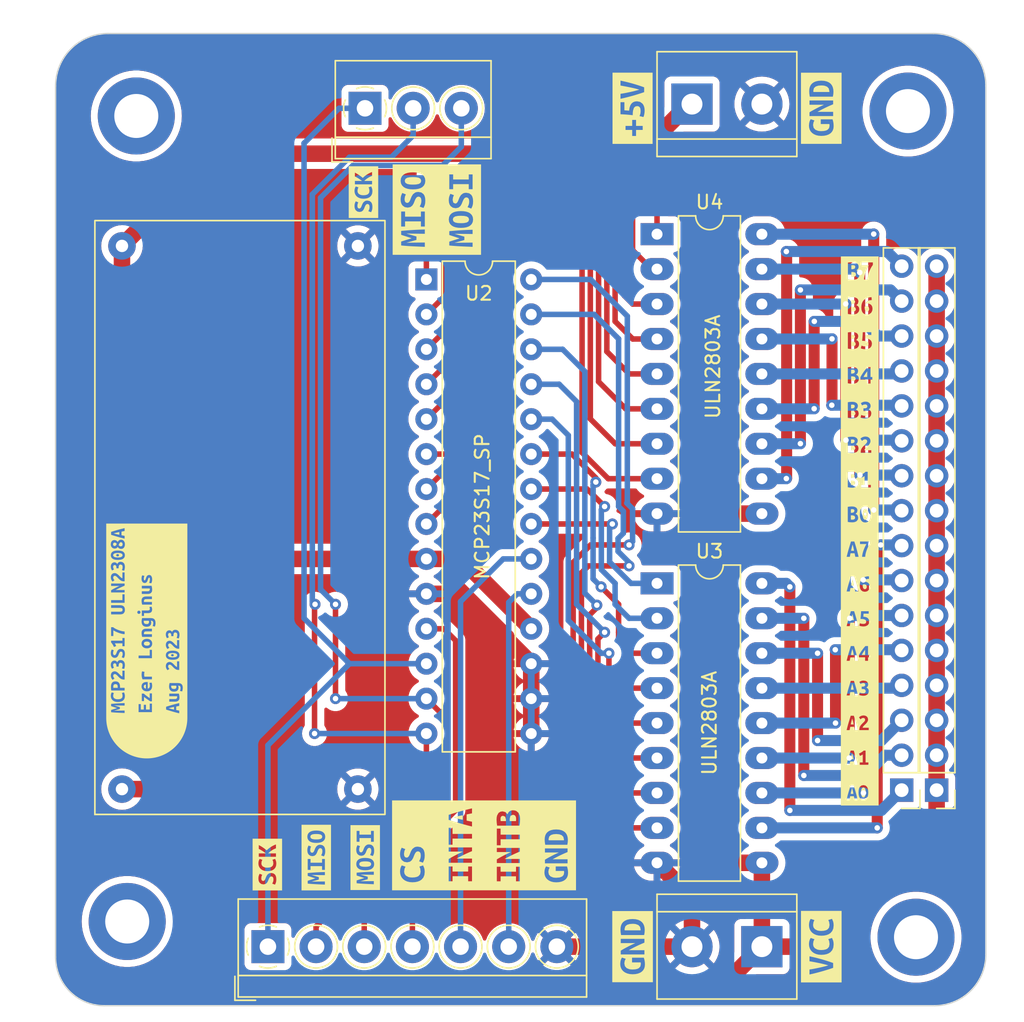
<source format=kicad_pcb>
(kicad_pcb (version 20221018) (generator pcbnew)
  (layers (0 "F.Cu" signal) (31 "B.Cu" signal) (34 "B.Paste" user) (35 "F.Paste" user) (36 "B.SilkS" user "B.Silkscreen") (37 "F.SilkS" user "F.Silkscreen") (38 "B.Mask" user) (39 "F.Mask" user) (44 "Edge.Cuts" user))
  (net 0 "")
  (net 1 "VCC")
  (net 2 "GND")
  (net 3 "SCK")
  (net 4 "MISO")
  (net 5 "MOSI")
  (net 6 "CS0")
  (net 7 "INTA0")
  (net 8 "INTB0")
  (net 9 "+5V")
  (net 10 "Net-(U2-GPB0)")
  (net 11 "Net-(U2-GPB1)")
  (net 12 "Net-(U2-GPB2)")
  (net 13 "Net-(U2-GPB3)")
  (net 14 "Net-(U2-GPB4)")
  (net 15 "Net-(U2-GPB5)")
  (net 16 "Net-(U2-GPB6)")
  (net 17 "Net-(U2-GPB7)")
  (net 18 "Net-(U2-GPA0)")
  (net 19 "Net-(U2-GPA1)")
  (net 20 "Net-(U2-GPA2)")
  (net 21 "Net-(U2-GPA3)")
  (net 22 "Net-(U2-GPA4)")
  (net 23 "Net-(U2-GPA5)")
  (net 24 "Net-(U2-GPA6)")
  (net 25 "Net-(U2-GPA7)")
  (net 26 "B7")
  (net 27 "B6")
  (net 28 "B5")
  (net 29 "B4")
  (net 30 "B3")
  (net 31 "B2")
  (net 32 "B1")
  (net 33 "B0")
  (net 34 "A7")
  (net 35 "A6")
  (net 36 "A5")
  (net 37 "A4")
  (net 38 "A3")
  (net 39 "A2")
  (net 40 "A1")
  (net 41 "A0")
  (footprint "kibuzzard-64B56972" (layer "F.Cu") (at 174.498 92.964)
    (fp_text reference "kibuzzard-64B56972" hide)
    (fp_text value "G***" hide)
  )
  (footprint "TerminalBlock:TerminalBlock_bornier-2_P5.08mm" (layer "F.Cu") (at 167.386 123.19 180)
    (fp_text reference "J3")
    (fp_text value "Screw_Terminal_01x02")
    (pad "1" thru_hole rect (at 0 0 180) (size 3 3) (drill 1.52) (layers "*.Cu" "*.Mask") (net 1 "VCC"))
    (pad "2" thru_hole circle (at 5.08 0 180) (size 3 3) (drill 1.52) (layers "*.Cu" "*.Mask") (net 2 "GND"))
  )
  (footprint "kibuzzard-64B580B5" (layer "F.Cu") (at 131.445 117.221 90)
    (fp_text reference "kibuzzard-64B580B5" hide)
    (fp_text value "G***" hide)
  )
  (footprint "TerminalBlock_4Ucon:TerminalBlock_4Ucon_1x03_P3.50mm_Horizontal" (layer "F.Cu") (at 138.542 62.2316)
    (fp_text reference "J4")
    (fp_text value "Screw_Terminal_01x03")
    (pad "1" thru_hole rect (at 0 0) (size 2.4 2.4) (drill 1.2) (layers "*.Cu" "*.Mask") (net 3 "SCK"))
    (pad "2" thru_hole circle (at 3.5 0) (size 2.4 2.4) (drill 1.2) (layers "*.Cu" "*.Mask") (net 4 "MISO"))
    (pad "3" thru_hole circle (at 7 0) (size 2.4 2.4) (drill 1.2) (layers "*.Cu" "*.Mask") (net 5 "MOSI"))
  )
  (footprint "kibuzzard-64B56AD8" (layer "F.Cu") (at 171.704 123.19 90)
    (fp_text reference "kibuzzard-64B56AD8" hide)
    (fp_text value "G***" hide)
  )
  (footprint "kibuzzard-64B580D1" (layer "F.Cu") (at 135.001 116.713 90)
    (fp_text reference "kibuzzard-64B580D1" hide)
    (fp_text value "G***" hide)
  )
  (footprint "kibuzzard-64CC0265" (layer "F.Cu") (at 122.682 100.965 90)
    (fp_text reference "kibuzzard-64CC0265" hide)
    (fp_text value "G***" hide)
  )
  (footprint "MountingHole:MountingHole_3.2mm_M3_DIN965_Pad" (layer "F.Cu") (at 121.92 62.7888)
    (fp_text reference "H1")
    (fp_text value "MountingHole" hide)
    (pad "1" thru_hole circle (at 0 0) (size 5.6 5.6) (drill 3.2) (layers "*.Cu" "*.Mask"))
  )
  (footprint "kibuzzard-64B56ACB" (layer "F.Cu") (at 157.988 123.19 90)
    (fp_text reference "kibuzzard-64B56ACB" hide)
    (fp_text value "G***" hide)
  )
  (footprint "EzerLonginus:LM2596_StepDown_Module" (layer "F.Cu") (at 129.4511 91.9861 90)
    (fp_text reference "U1")
    (fp_text value "LM2596_Module")
    (pad "1" thru_hole circle (at -19.7485 -8.5725 90) (size 2 2) (drill 0.9) (layers "*.Cu" "*.Mask") (net 1 "VCC"))
    (pad "2" thru_hole circle (at -19.7485 8.5725 90) (size 2 2) (drill 0.9) (layers "*.Cu" "*.Mask") (net 2 "GND"))
    (pad "3" thru_hole circle (at 19.7485 8.5725 90) (size 2 2) (drill 0.9) (layers "*.Cu" "*.Mask") (net 2 "GND"))
    (pad "4" thru_hole circle (at 19.7485 -8.5725 90) (size 2 2) (drill 0.9) (layers "*.Cu" "*.Mask") (net 9 "+5V"))
  )
  (footprint "TerminalBlock:TerminalBlock_bornier-2_P5.08mm" (layer "F.Cu") (at 162.306 61.9252)
    (fp_text reference "J1")
    (fp_text value "Screw_Terminal_01x02")
    (pad "1" thru_hole rect (at 0 0) (size 3 3) (drill 1.52) (layers "*.Cu" "*.Mask") (net 9 "+5V"))
    (pad "2" thru_hole circle (at 5.08 0) (size 3 3) (drill 1.52) (layers "*.Cu" "*.Mask") (net 2 "GND"))
  )
  (footprint "MountingHole:MountingHole_3.2mm_M3_DIN965_Pad" (layer "F.Cu") (at 178.0032 62.4332)
    (fp_text reference "H3")
    (fp_text value "MountingHole" hide)
    (pad "1" thru_hole circle (at 0 0) (size 5.6 5.6) (drill 3.2) (layers "*.Cu" "*.Mask"))
  )
  (footprint "kibuzzard-64B56A53" (layer "F.Cu") (at 143.764 69.596 90)
    (fp_text reference "kibuzzard-64B56A53" hide)
    (fp_text value "G***" hide)
  )
  (footprint "kibuzzard-64B56A6B" (layer "F.Cu") (at 138.43 68.326 90)
    (fp_text reference "kibuzzard-64B56A6B" hide)
    (fp_text value "G***" hide)
  )
  (footprint "TerminalBlock_4Ucon:TerminalBlock_4Ucon_1x07_P3.50mm_Horizontal" (layer "F.Cu") (at 131.486 123.19)
    (fp_text reference "J7")
    (fp_text value "Screw_Terminal_01x07")
    (pad "1" thru_hole rect (at 0 0) (size 2.4 2.4) (drill 1.2) (layers "*.Cu" "*.Mask") (net 3 "SCK"))
    (pad "2" thru_hole circle (at 3.5 0) (size 2.4 2.4) (drill 1.2) (layers "*.Cu" "*.Mask") (net 4 "MISO"))
    (pad "3" thru_hole circle (at 7 0) (size 2.4 2.4) (drill 1.2) (layers "*.Cu" "*.Mask") (net 5 "MOSI"))
    (pad "4" thru_hole circle (at 10.5 0) (size 2.4 2.4) (drill 1.2) (layers "*.Cu" "*.Mask") (net 6 "CS0"))
    (pad "5" thru_hole circle (at 14 0) (size 2.4 2.4) (drill 1.2) (layers "*.Cu" "*.Mask") (net 7 "INTA0"))
    (pad "6" thru_hole circle (at 17.5 0) (size 2.4 2.4) (drill 1.2) (layers "*.Cu" "*.Mask") (net 8 "INTB0"))
    (pad "7" thru_hole circle (at 21 0) (size 2.4 2.4) (drill 1.2) (layers "*.Cu" "*.Mask") (net 2 "GND"))
  )
  (footprint "Package_DIP:DIP-18_W7.62mm_LongPads" (layer "F.Cu") (at 159.766 96.774)
    (fp_text reference "U3" (at 3.81 -2.33) (layer "F.SilkS"))
    (fp_text value "ULN2803A" (at 3.81 10.16 90) (layer "F.SilkS"))
    (pad "1" thru_hole rect (at 0 0) (size 2.4 1.6) (drill 0.8) (layers "*.Cu" "*.Mask") (net 18 "Net-(U2-GPA0)"))
    (pad "2" thru_hole oval (at 0 2.54) (size 2.4 1.6) (drill 0.8) (layers "*.Cu" "*.Mask") (net 19 "Net-(U2-GPA1)"))
    (pad "3" thru_hole oval (at 0 5.08) (size 2.4 1.6) (drill 0.8) (layers "*.Cu" "*.Mask") (net 20 "Net-(U2-GPA2)"))
    (pad "4" thru_hole oval (at 0 7.62) (size 2.4 1.6) (drill 0.8) (layers "*.Cu" "*.Mask") (net 21 "Net-(U2-GPA3)"))
    (pad "5" thru_hole oval (at 0 10.16) (size 2.4 1.6) (drill 0.8) (layers "*.Cu" "*.Mask") (net 22 "Net-(U2-GPA4)"))
    (pad "6" thru_hole oval (at 0 12.7) (size 2.4 1.6) (drill 0.8) (layers "*.Cu" "*.Mask") (net 23 "Net-(U2-GPA5)"))
    (pad "7" thru_hole oval (at 0 15.24) (size 2.4 1.6) (drill 0.8) (layers "*.Cu" "*.Mask") (net 24 "Net-(U2-GPA6)"))
    (pad "8" thru_hole oval (at 0 17.78) (size 2.4 1.6) (drill 0.8) (layers "*.Cu" "*.Mask") (net 25 "Net-(U2-GPA7)"))
    (pad "9" thru_hole oval (at 0 20.32) (size 2.4 1.6) (drill 0.8) (layers "*.Cu" "*.Mask") (net 2 "GND"))
    (pad "10" thru_hole oval (at 7.62 20.32) (size 2.4 1.6) (drill 0.8) (layers "*.Cu" "*.Mask") (net 1 "VCC"))
    (pad "11" thru_hole oval (at 7.62 17.78) (size 2.4 1.6) (drill 0.8) (layers "*.Cu" "*.Mask") (net 34 "A7"))
    (pad "12" thru_hole oval (at 7.62 15.24) (size 2.4 1.6) (drill 0.8) (layers "*.Cu" "*.Mask") (net 35 "A6"))
    (pad "13" thru_hole oval (at 7.62 12.7) (size 2.4 1.6) (drill 0.8) (layers "*.Cu" "*.Mask") (net 36 "A5"))
    (pad "14" thru_hole oval (at 7.62 10.16) (size 2.4 1.6) (drill 0.8) (layers "*.Cu" "*.Mask") (net 37 "A4"))
    (pad "15" thru_hole oval (at 7.62 7.62) (size 2.4 1.6) (drill 0.8) (layers "*.Cu" "*.Mask") (net 38 "A3"))
    (pad "16" thru_hole oval (at 7.62 5.08) (size 2.4 1.6) (drill 0.8) (layers "*.Cu" "*.Mask") (net 39 "A2"))
    (pad "17" thru_hole oval (at 7.62 2.54) (size 2.4 1.6) (drill 0.8) (layers "*.Cu" "*.Mask") (net 40 "A1"))
    (pad "18" thru_hole oval (at 7.62 0) (size 2.4 1.6) (drill 0.8) (layers "*.Cu" "*.Mask") (net 41 "A0"))
  )
  (footprint "Package_DIP:DIP-18_W7.62mm_LongPads" (layer "F.Cu") (at 159.766 71.384)
    (fp_text reference "U4" (at 3.81 -2.33) (layer "F.SilkS"))
    (fp_text value "ULN2803A" (at 4.064 9.642 90) (layer "F.SilkS"))
    (pad "1" thru_hole rect (at 0 0) (size 2.4 1.6) (drill 0.8) (layers "*.Cu" "*.Mask") (net 10 "Net-(U2-GPB0)"))
    (pad "2" thru_hole oval (at 0 2.54) (size 2.4 1.6) (drill 0.8) (layers "*.Cu" "*.Mask") (net 11 "Net-(U2-GPB1)"))
    (pad "3" thru_hole oval (at 0 5.08) (size 2.4 1.6) (drill 0.8) (layers "*.Cu" "*.Mask") (net 12 "Net-(U2-GPB2)"))
    (pad "4" thru_hole oval (at 0 7.62) (size 2.4 1.6) (drill 0.8) (layers "*.Cu" "*.Mask") (net 13 "Net-(U2-GPB3)"))
    (pad "5" thru_hole oval (at 0 10.16) (size 2.4 1.6) (drill 0.8) (layers "*.Cu" "*.Mask") (net 14 "Net-(U2-GPB4)"))
    (pad "6" thru_hole oval (at 0 12.7) (size 2.4 1.6) (drill 0.8) (layers "*.Cu" "*.Mask") (net 15 "Net-(U2-GPB5)"))
    (pad "7" thru_hole oval (at 0 15.24) (size 2.4 1.6) (drill 0.8) (layers "*.Cu" "*.Mask") (net 16 "Net-(U2-GPB6)"))
    (pad "8" thru_hole oval (at 0 17.78) (size 2.4 1.6) (drill 0.8) (layers "*.Cu" "*.Mask") (net 17 "Net-(U2-GPB7)"))
    (pad "9" thru_hole oval (at 0 20.32) (size 2.4 1.6) (drill 0.8) (layers "*.Cu" "*.Mask") (net 2 "GND"))
    (pad "10" thru_hole oval (at 7.62 20.32) (size 2.4 1.6) (drill 0.8) (layers "*.Cu" "*.Mask") (net 1 "VCC"))
    (pad "11" thru_hole oval (at 7.62 17.78) (size 2.4 1.6) (drill 0.8) (layers "*.Cu" "*.Mask") (net 26 "B7"))
    (pad "12" thru_hole oval (at 7.62 15.24) (size 2.4 1.6) (drill 0.8) (layers "*.Cu" "*.Mask") (net 27 "B6"))
    (pad "13" thru_hole oval (at 7.62 12.7) (size 2.4 1.6) (drill 0.8) (layers "*.Cu" "*.Mask") (net 28 "B5"))
    (pad "14" thru_hole oval (at 7.62 10.16) (size 2.4 1.6) (drill 0.8) (layers "*.Cu" "*.Mask") (net 29 "B4"))
    (pad "15" thru_hole oval (at 7.62 7.62) (size 2.4 1.6) (drill 0.8) (layers "*.Cu" "*.Mask") (net 30 "B3"))
    (pad "16" thru_hole oval (at 7.62 5.08) (size 2.4 1.6) (drill 0.8) (layers "*.Cu" "*.Mask") (net 31 "B2"))
    (pad "17" thru_hole oval (at 7.62 2.54) (size 2.4 1.6) (drill 0.8) (layers "*.Cu" "*.Mask") (net 32 "B1"))
    (pad "18" thru_hole oval (at 7.62 0) (size 2.4 1.6) (drill 0.8) (layers "*.Cu" "*.Mask") (net 33 "B0"))
  )
  (footprint "kibuzzard-64C95159" (layer "F.Cu") (at 138.557 116.713 90)
    (fp_text reference "kibuzzard-64C95159" hide)
    (fp_text value "G***" hide)
  )
  (footprint "Package_DIP:DIP-28_W7.62mm" (layer "F.Cu") (at 143.002 74.676)
    (fp_text reference "U2" (at 3.81 1.016) (layer "F.SilkS"))
    (fp_text value "MCP23S17_SP" (at 4.064 16.51 90) (layer "F.SilkS"))
    (pad "1" thru_hole rect (at 0 0) (size 1.6 1.6) (drill 0.8) (layers "*.Cu" "*.Mask") (net 10 "Net-(U2-GPB0)"))
    (pad "2" thru_hole oval (at 0 2.54) (size 1.6 1.6) (drill 0.8) (layers "*.Cu" "*.Mask") (net 11 "Net-(U2-GPB1)"))
    (pad "3" thru_hole oval (at 0 5.08) (size 1.6 1.6) (drill 0.8) (layers "*.Cu" "*.Mask") (net 12 "Net-(U2-GPB2)"))
    (pad "4" thru_hole oval (at 0 7.62) (size 1.6 1.6) (drill 0.8) (layers "*.Cu" "*.Mask") (net 13 "Net-(U2-GPB3)"))
    (pad "5" thru_hole oval (at 0 10.16) (size 1.6 1.6) (drill 0.8) (layers "*.Cu" "*.Mask") (net 14 "Net-(U2-GPB4)"))
    (pad "6" thru_hole oval (at 0 12.7) (size 1.6 1.6) (drill 0.8) (layers "*.Cu" "*.Mask") (net 15 "Net-(U2-GPB5)"))
    (pad "7" thru_hole oval (at 0 15.24) (size 1.6 1.6) (drill 0.8) (layers "*.Cu" "*.Mask") (net 16 "Net-(U2-GPB6)"))
    (pad "8" thru_hole oval (at 0 17.78) (size 1.6 1.6) (drill 0.8) (layers "*.Cu" "*.Mask") (net 17 "Net-(U2-GPB7)"))
    (pad "9" thru_hole oval (at 0 20.32) (size 1.6 1.6) (drill 0.8) (layers "*.Cu" "*.Mask") (net 9 "+5V"))
    (pad "10" thru_hole oval (at 0 22.86) (size 1.6 1.6) (drill 0.8) (layers "*.Cu" "*.Mask") (net 2 "GND"))
    (pad "11" thru_hole oval (at 0 25.4) (size 1.6 1.6) (drill 0.8) (layers "*.Cu" "*.Mask") (net 6 "CS0"))
    (pad "12" thru_hole oval (at 0 27.94) (size 1.6 1.6) (drill 0.8) (layers "*.Cu" "*.Mask") (net 3 "SCK"))
    (pad "13" thru_hole oval (at 0 30.48) (size 1.6 1.6) (drill 0.8) (layers "*.Cu" "*.Mask") (net 5 "MOSI"))
    (pad "14" thru_hole oval (at 0 33.02) (size 1.6 1.6) (drill 0.8) (layers "*.Cu" "*.Mask") (net 4 "MISO"))
    (pad "15" thru_hole oval (at 7.62 33.02) (size 1.6 1.6) (drill 0.8) (layers "*.Cu" "*.Mask") (net 2 "GND"))
    (pad "16" thru_hole oval (at 7.62 30.48) (size 1.6 1.6) (drill 0.8) (layers "*.Cu" "*.Mask") (net 2 "GND"))
    (pad "17" thru_hole oval (at 7.62 27.94) (size 1.6 1.6) (drill 0.8) (layers "*.Cu" "*.Mask") (net 2 "GND"))
    (pad "18" thru_hole oval (at 7.62 25.4) (size 1.6 1.6) (drill 0.8) (layers "*.Cu" "*.Mask") (net 9 "+5V"))
    (pad "19" thru_hole oval (at 7.62 22.86) (size 1.6 1.6) (drill 0.8) (layers "*.Cu" "*.Mask") (net 8 "INTB0"))
    (pad "20" thru_hole oval (at 7.62 20.32) (size 1.6 1.6) (drill 0.8) (layers "*.Cu" "*.Mask") (net 7 "INTA0"))
    (pad "21" thru_hole oval (at 7.62 17.78) (size 1.6 1.6) (drill 0.8) (layers "*.Cu" "*.Mask") (net 18 "Net-(U2-GPA0)"))
    (pad "22" thru_hole oval (at 7.62 15.24) (size 1.6 1.6) (drill 0.8) (layers "*.Cu" "*.Mask") (net 19 "Net-(U2-GPA1)"))
    (pad "23" thru_hole oval (at 7.62 12.7) (size 1.6 1.6) (drill 0.8) (layers "*.Cu" "*.Mask") (net 20 "Net-(U2-GPA2)"))
    (pad "24" thru_hole oval (at 7.62 10.16) (size 1.6 1.6) (drill 0.8) (layers "*.Cu" "*.Mask") (net 21 "Net-(U2-GPA3)"))
    (pad "25" thru_hole oval (at 7.62 7.62) (size 1.6 1.6) (drill 0.8) (layers "*.Cu" "*.Mask") (net 22 "Net-(U2-GPA4)"))
    (pad "26" thru_hole oval (at 7.62 5.08) (size 1.6 1.6) (drill 0.8) (layers "*.Cu" "*.Mask") (net 23 "Net-(U2-GPA5)"))
    (pad "27" thru_hole oval (at 7.62 2.54) (size 1.6 1.6) (drill 0.8) (layers "*.Cu" "*.Mask") (net 24 "Net-(U2-GPA6)"))
    (pad "28" thru_hole oval (at 7.62 0) (size 1.6 1.6) (drill 0.8) (layers "*.Cu" "*.Mask") (net 25 "Net-(U2-GPA7)"))
  )
  (footprint "kibuzzard-64B56A95" (layer "F.Cu") (at 171.704 62.23 90)
    (fp_text reference "kibuzzard-64B56A95" hide)
    (fp_text value "G***" hide)
  )
  (footprint "Connector_PinHeader_2.54mm:PinHeader_1x16_P2.54mm_Vertical" (layer "F.Cu") (at 177.546 111.8108 180)
    (fp_text reference "J5")
    (fp_text value "Conn_01x16_Pin" hide)
    (pad "1" thru_hole rect (at 0 0 180) (size 1.7 1.7) (drill 1) (layers "*.Cu" "*.Mask") (net 41 "A0"))
    (pad "2" thru_hole oval (at 0 2.54 180) (size 1.7 1.7) (drill 1) (layers "*.Cu" "*.Mask") (net 40 "A1"))
    (pad "3" thru_hole oval (at 0 5.08 180) (size 1.7 1.7) (drill 1) (layers "*.Cu" "*.Mask") (net 39 "A2"))
    (pad "4" thru_hole oval (at 0 7.62 180) (size 1.7 1.7) (drill 1) (layers "*.Cu" "*.Mask") (net 38 "A3"))
    (pad "5" thru_hole oval (at 0 10.16 180) (size 1.7 1.7) (drill 1) (layers "*.Cu" "*.Mask") (net 37 "A4"))
    (pad "6" thru_hole oval (at 0 12.7 180) (size 1.7 1.7) (drill 1) (layers "*.Cu" "*.Mask") (net 36 "A5"))
    (pad "7" thru_hole oval (at 0 15.24 180) (size 1.7 1.7) (drill 1) (layers "*.Cu" "*.Mask") (net 35 "A6"))
    (pad "8" thru_hole oval (at 0 17.78 180) (size 1.7 1.7) (drill 1) (layers "*.Cu" "*.Mask") (net 34 "A7"))
    (pad "9" thru_hole oval (at 0 20.32 180) (size 1.7 1.7) (drill 1) (layers "*.Cu" "*.Mask") (net 33 "B0"))
    (pad "10" thru_hole oval (at 0 22.86 180) (size 1.7 1.7) (drill 1) (layers "*.Cu" "*.Mask") (net 32 "B1"))
    (pad "11" thru_hole oval (at 0 25.4 180) (size 1.7 1.7) (drill 1) (layers "*.Cu" "*.Mask") (net 31 "B2"))
    (pad "12" thru_hole oval (at 0 27.94 180) (size 1.7 1.7) (drill 1) (layers "*.Cu" "*.Mask") (net 30 "B3"))
    (pad "13" thru_hole oval (at 0 30.48 180) (size 1.7 1.7) (drill 1) (layers "*.Cu" "*.Mask") (net 29 "B4"))
    (pad "14" thru_hole oval (at 0 33.02 180) (size 1.7 1.7) (drill 1) (layers "*.Cu" "*.Mask") (net 28 "B5"))
    (pad "15" thru_hole oval (at 0 35.56 180) (size 1.7 1.7) (drill 1) (layers "*.Cu" "*.Mask") (net 27 "B6"))
    (pad "16" thru_hole oval (at 0 38.1 180) (size 1.7 1.7) (drill 1) (layers "*.Cu" "*.Mask") (net 26 "B7"))
  )
  (footprint "Connector_PinHeader_2.54mm:PinHeader_1x16_P2.54mm_Vertical" (layer "F.Cu") (at 180.086 111.8108 180)
    (fp_text reference "J6")
    (fp_text value "Conn_01x16_Pin" hide)
    (pad "1" thru_hole rect (at 0 0 180) (size 1.7 1.7) (drill 1) (layers "*.Cu" "*.Mask") (net 1 "VCC"))
    (pad "2" thru_hole oval (at 0 2.54 180) (size 1.7 1.7) (drill 1) (layers "*.Cu" "*.Mask") (net 1 "VCC"))
    (pad "3" thru_hole oval (at 0 5.08 180) (size 1.7 1.7) (drill 1) (layers "*.Cu" "*.Mask") (net 1 "VCC"))
    (pad "4" thru_hole oval (at 0 7.62 180) (size 1.7 1.7) (drill 1) (layers "*.Cu" "*.Mask") (net 1 "VCC"))
    (pad "5" thru_hole oval (at 0 10.16 180) (size 1.7 1.7) (drill 1) (layers "*.Cu" "*.Mask") (net 1 "VCC"))
    (pad "6" thru_hole oval (at 0 12.7 180) (size 1.7 1.7) (drill 1) (layers "*.Cu" "*.Mask") (net 1 "VCC"))
    (pad "7" thru_hole oval (at 0 15.24 180) (size 1.7 1.7) (drill 1) (layers "*.Cu" "*.Mask") (net 1 "VCC"))
    (pad "8" thru_hole oval (at 0 17.78 180) (size 1.7 1.7) (drill 1) (layers "*.Cu" "*.Mask") (net 1 "VCC"))
    (pad "9" thru_hole oval (at 0 20.32 180) (size 1.7 1.7) (drill 1) (layers "*.Cu" "*.Mask") (net 1 "VCC"))
    (pad "10" thru_hole oval (at 0 22.86 180) (size 1.7 1.7) (drill 1) (layers "*.Cu" "*.Mask") (net 1 "VCC"))
    (pad "11" thru_hole oval (at 0 25.4 180) (size 1.7 1.7) (drill 1) (layers "*.Cu" "*.Mask") (net 1 "VCC"))
    (pad "12" thru_hole oval (at 0 27.94 180) (size 1.7 1.7) (drill 1) (layers "*.Cu" "*.Mask") (net 1 "VCC"))
    (pad "13" thru_hole oval (at 0 30.48 180) (size 1.7 1.7) (drill 1) (layers "*.Cu" "*.Mask") (net 1 "VCC"))
    (pad "14" thru_hole oval (at 0 33.02 180) (size 1.7 1.7) (drill 1) (layers "*.Cu" "*.Mask") (net 1 "VCC"))
    (pad "15" thru_hole oval (at 0 35.56 180) (size 1.7 1.7) (drill 1) (layers "*.Cu" "*.Mask") (net 1 "VCC"))
    (pad "16" thru_hole oval (at 0 38.1 180) (size 1.7 1.7) (drill 1) (layers "*.Cu" "*.Mask") (net 1 "VCC"))
  )
  (footprint "MountingHole:MountingHole_3.2mm_M3_DIN965_Pad" (layer "F.Cu") (at 178.5874 122.5042)
    (fp_text reference "H4")
    (fp_text value "MountingHole")
    (pad "1" thru_hole circle (at 0 0) (size 5.6 5.6) (drill 3.2) (layers "*.Cu" "*.Mask"))
  )
  (footprint "kibuzzard-64B56A86" (layer "F.Cu") (at 157.988 62.23 90)
    (fp_text reference "kibuzzard-64B56A86" hide)
    (fp_text value "G***" hide)
  )
  (footprint "MountingHole:MountingHole_3.2mm_M3_DIN965_Pad" (layer "F.Cu") (at 121.2596 121.3612)
    (fp_text reference "H2")
    (fp_text value "MountingHole")
    (pad "1" thru_hole circle (at 0 0) (size 5.6 5.6) (drill 3.2) (layers "*.Cu" "*.Mask"))
  )
  (footprint "kibuzzard-64C9511E" (layer "F.Cu") (at 147.193 115.824 90)
    (fp_text reference "kibuzzard-64C9511E" hide)
    (fp_text value "G***" hide)
  )
  (gr_arc (start 183.665723 123.7488) (mid 182.572118 126.388995) (end 179.931923 127.4826) (stroke (width 0.1)) (layer "Edge.Cuts"))
  (gr_arc (start 179.855723 56.7944) (mid 182.5498 57.910323) (end 183.665723 60.6044) (stroke (width 0.1)) (layer "Edge.Cuts"))
  (gr_line (start 179.931923 127.4826) (end 119.584877 127.4826) (stroke (width 0.1)) (layer "Edge.Cuts"))
  (gr_line (start 183.665723 60.6044) (end 183.665723 123.7488) (stroke (width 0.1)) (layer "Edge.Cuts"))
  (gr_line (start 119.864277 56.7944) (end 179.855723 56.7944) (stroke (width 0.1)) (layer "Edge.Cuts"))
  (gr_arc (start 116.054277 60.6044) (mid 117.1702 57.910323) (end 119.864277 56.7944) (stroke (width 0.1)) (layer "Edge.Cuts"))
  (gr_arc (start 119.584877 127.4826) (mid 117.088366 126.448511) (end 116.054277 123.952) (stroke (width 0.1)) (layer "Edge.Cuts"))
  (gr_line (start 116.054277 123.952) (end 116.054277 60.6044) (stroke (width 0.1)) (layer "Edge.Cuts"))
  (segment (start 164.592 117.094) (end 167.386 117.094) (width 1.2) (layer "F.Cu") (net 1))
  (segment (start 180.086 94.0308) (end 180.086 91.4908) (width 1.2) (layer "F.Cu") (net 1))
  (segment (start 180.086 114.427) (end 180.086 111.8108) (width 1.2) (layer "F.Cu") (net 1))
  (segment (start 171.323 123.19) (end 173.99 120.523) (width 1.2) (layer "F.Cu") (net 1))
  (segment (start 180.086 96.5708) (end 180.086 94.0308) (width 1.2) (layer "F.Cu") (net 1))
  (segment (start 163.576 93.726) (end 163.576 116.078) (width 1.2) (layer "F.Cu") (net 1))
  (segment (start 127.127 125.984) (end 125.349 124.206) (width 1.2) (layer "F.Cu") (net 1))
  (segment (start 180.086 78.7908) (end 180.086 81.3308) (width 1.2) (layer "F.Cu") (net 1))
  (segment (start 180.086 91.4908) (end 180.086 88.9508) (width 1.2) (layer "F.Cu") (net 1))
  (segment (start 180.086 104.1908) (end 180.086 101.6508) (width 1.2) (layer "F.Cu") (net 1))
  (segment (start 167.386 91.704) (end 165.598 91.704) (width 1.2) (layer "F.Cu") (net 1))
  (segment (start 167.386 123.19) (end 171.323 123.19) (width 1.2) (layer "F.Cu") (net 1))
  (segment (start 180.086 76.2508) (end 180.086 78.7908) (width 1.2) (layer "F.Cu") (net 1))
  (segment (start 165.598 91.704) (end 163.576 93.726) (width 1.2) (layer "F.Cu") (net 1))
  (segment (start 180.086 101.6508) (end 180.086 99.1108) (width 1.2) (layer "F.Cu") (net 1))
  (segment (start 180.086 106.7308) (end 180.086 104.1908) (width 1.2) (layer "F.Cu") (net 1))
  (segment (start 180.086 73.7108) (end 180.086 76.2508) (width 1.2) (layer "F.Cu") (net 1))
  (segment (start 173.99 120.523) (end 180.086 114.427) (width 1.2) (layer "F.Cu") (net 1))
  (segment (start 180.086 88.9508) (end 180.086 86.4108) (width 1.2) (layer "F.Cu") (net 1))
  (segment (start 180.086 99.1108) (end 180.086 96.5708) (width 1.2) (layer "F.Cu") (net 1))
  (segment (start 163.576 116.078) (end 164.592 117.094) (width 1.2) (layer "F.Cu") (net 1))
  (segment (start 167.386 123.19) (end 164.592 125.984) (width 1.2) (layer "F.Cu") (net 1))
  (segment (start 125.349 113.792) (end 123.2916 111.7346) (width 1.2) (layer "F.Cu") (net 1))
  (segment (start 180.086 86.4108) (end 180.086 83.8708) (width 1.2) (layer "F.Cu") (net 1))
  (segment (start 125.349 124.206) (end 125.349 113.792) (width 1.2) (layer "F.Cu") (net 1))
  (segment (start 180.086 111.8108) (end 180.086 109.2708) (width 1.2) (layer "F.Cu") (net 1))
  (segment (start 180.086 109.2708) (end 180.086 106.7308) (width 1.2) (layer "F.Cu") (net 1))
  (segment (start 164.592 125.984) (end 127.127 125.984) (width 1.2) (layer "F.Cu") (net 1))
  (segment (start 123.2916 111.7346) (end 120.8786 111.7346) (width 1.2) (layer "F.Cu") (net 1))
  (segment (start 180.086 83.8708) (end 180.086 81.3308) (width 1.2) (layer "F.Cu") (net 1))
  (segment (start 167.386 117.094) (end 167.386 123.19) (width 1.2) (layer "F.Cu") (net 1))
  (segment (start 143.002 97.536) (end 145.542 97.536) (width 1.2) (layer "F.Cu") (net 2))
  (segment (start 162.306 119.634) (end 162.306 123.19) (width 1.2) (layer "F.Cu") (net 2))
  (segment (start 159.766 117.094) (end 162.306 119.634) (width 1.2) (layer "F.Cu") (net 2))
  (segment (start 150.622 102.616) (end 150.622 105.156) (width 1.2) (layer "F.Cu") (net 2))
  (segment (start 145.542 97.536) (end 150.622 102.616) (width 1.2) (layer "F.Cu") (net 2))
  (segment (start 150.622 107.696) (end 150.622 105.156) (width 1.2) (layer "F.Cu") (net 2))
  (segment (start 152.486 123.19) (end 162.306 123.19) (width 1.2) (layer "F.Cu") (net 2))
  (segment (start 132.969 107.061) (end 137.414 102.616) (width 0.4) (layer "B.Cu") (net 3))
  (segment (start 136.6504 62.2316) (end 134.112 64.77) (width 0.4) (layer "B.Cu") (net 3))
  (segment (start 131.486 123.19) (end 131.486 108.544) (width 0.4) (layer "B.Cu") (net 3))
  (segment (start 131.486 108.544) (end 132.969 107.061) (width 0.4) (layer "B.Cu") (net 3))
  (segment (start 138.542 62.2316) (end 136.6504 62.2316) (width 0.4) (layer "B.Cu") (net 3))
  (segment (start 134.112 64.77) (end 134.112 99.314) (width 0.4) (layer "B.Cu") (net 3))
  (segment (start 134.112 99.314) (end 137.414 102.616) (width 0.4) (layer "B.Cu") (net 3))
  (segment (start 137.414 102.616) (end 143.002 102.616) (width 0.4) (layer "B.Cu") (net 3))
  (segment (start 143.002 113.705472) (end 143.002 107.696) (width 0.4) (layer "F.Cu") (net 4))
  (segment (start 134.986 123.19) (end 134.986 121.721472) (width 0.4) (layer "F.Cu") (net 4))
  (segment (start 134.874 107.696) (end 134.874 98.3355) (width 0.4) (layer "F.Cu") (net 4))
  (segment (start 134.986 121.721472) (end 143.002 113.705472) (width 0.4) (layer "F.Cu") (net 4))
  (segment (start 134.874 98.3355) (end 134.9115 98.298) (width 0.4) (layer "F.Cu") (net 4))
  (via (at 134.9115 98.298) (size 0.8) (drill 0.4) (layers "F.Cu" "B.Cu") (net 4))
  (via (at 134.874 107.696) (size 0.8) (drill 0.4) (layers "F.Cu" "B.Cu") (net 4))
  (segment (start 140.462 65.786) (end 142.042 64.206) (width 0.4) (layer "B.Cu") (net 4))
  (segment (start 137.414 65.786) (end 140.462 65.786) (width 0.4) (layer "B.Cu") (net 4))
  (segment (start 134.712 68.488) (end 137.414 65.786) (width 0.4) (layer "B.Cu") (net 4))
  (segment (start 134.712 98.0985) (end 134.712 68.488) (width 0.4) (layer "B.Cu") (net 4))
  (segment (start 143.002 107.696) (end 134.874 107.696) (width 0.4) (layer "B.Cu") (net 4))
  (segment (start 134.9115 98.298) (end 134.712 98.0985) (width 0.4) (layer "B.Cu") (net 4))
  (segment (start 142.042 64.206) (end 142.042 62.2316) (width 0.4) (layer "B.Cu") (net 4))
  (segment (start 144.526 113.03) (end 144.526 106.68) (width 0.4) (layer "F.Cu") (net 5))
  (segment (start 138.486 123.19) (end 138.486 119.07) (width 0.4) (layer "F.Cu") (net 5))
  (segment (start 138.486 119.07) (end 144.526 113.03) (width 0.4) (layer "F.Cu") (net 5))
  (segment (start 136.398 105.156) (end 136.398 98.298) (width 0.4) (layer "F.Cu") (net 5))
  (segment (start 144.526 106.68) (end 143.002 105.156) (width 0.4) (layer "F.Cu") (net 5))
  (via (at 136.398 98.298) (size 0.8) (drill 0.4) (layers "F.Cu" "B.Cu") (net 5))
  (via (at 136.398 105.156) (size 0.8) (drill 0.4) (layers "F.Cu" "B.Cu") (net 5))
  (segment (start 135.312 68.736528) (end 137.662528 66.386) (width 0.4) (layer "B.Cu") (net 5))
  (segment (start 135.312 97.212) (end 135.312 68.736528) (width 0.4) (layer "B.Cu") (net 5))
  (segment (start 143.002 105.156) (end 136.398 105.156) (width 0.4) (layer "B.Cu") (net 5))
  (segment (start 137.662528 66.386) (end 144.18 66.386) (width 0.4) (layer "B.Cu") (net 5))
  (segment (start 136.398 98.298) (end 135.312 97.212) (width 0.4) (layer "B.Cu") (net 5))
  (segment (start 144.18 66.386) (end 145.542 65.024) (width 0.4) (layer "B.Cu") (net 5))
  (segment (start 145.542 65.024) (end 145.542 62.2316) (width 0.4) (layer "B.Cu") (net 5))
  (segment (start 141.986 123.19) (end 141.986 116.418528) (width 0.4) (layer "F.Cu") (net 6))
  (segment (start 145.126 113.278528) (end 145.126 100.93) (width 0.4) (layer "F.Cu") (net 6))
  (segment (start 145.126 100.93) (end 144.272 100.076) (width 0.4) (layer "F.Cu") (net 6))
  (segment (start 141.986 116.418528) (end 145.126 113.278528) (width 0.4) (layer "F.Cu") (net 6))
  (segment (start 144.272 100.076) (end 143.002 100.076) (width 0.4) (layer "F.Cu") (net 6))
  (segment (start 145.486 98.1) (end 148.59 94.996) (width 0.4) (layer "B.Cu") (net 7))
  (segment (start 148.59 94.996) (end 150.622 94.996) (width 0.4) (layer "B.Cu") (net 7))
  (segment (start 145.486 123.19) (end 145.486 98.1) (width 0.4) (layer "B.Cu") (net 7))
  (segment (start 148.986 123.19) (end 148.986 98.156) (width 0.4) (layer "B.Cu") (net 8))
  (segment (start 148.986 98.156) (end 149.606 97.536) (width 0.4) (layer "B.Cu") (net 8))
  (segment (start 149.606 97.536) (end 150.622 97.536) (width 0.4) (layer "B.Cu") (net 8))
  (segment (start 145.542 94.996) (end 150.622 100.076) (width 1.2) (layer "F.Cu") (net 9))
  (segment (start 120.8786 72.2376) (end 120.8786 87.0966) (width 1.2) (layer "F.Cu") (net 9))
  (segment (start 120.8786 87.0966) (end 128.778 94.996) (width 1.2) (layer "F.Cu") (net 9))
  (segment (start 158.464 65.532) (end 127.5842 65.532) (width 1.2) (layer "F.Cu") (net 9))
  (segment (start 162.306 61.9252) (end 162.1028 61.9252) (width 1.2) (layer "F.Cu") (net 9))
  (segment (start 143.002 94.996) (end 145.542 94.996) (width 1.2) (layer "F.Cu") (net 9))
  (segment (start 128.778 94.996) (end 143.002 94.996) (width 1.2) (layer "F.Cu") (net 9))
  (segment (start 162.1028 61.9252) (end 158.48 65.548) (width 1.2) (layer "F.Cu") (net 9))
  (segment (start 127.5842 65.532) (end 120.8786 72.2376) (width 1.2) (layer "F.Cu") (net 9))
  (segment (start 158.48 65.548) (end 158.464 65.532) (width 1.2) (layer "F.Cu") (net 9))
  (segment (start 159.766 71.384) (end 159.766 69.088) (width 0.4) (layer "F.Cu") (net 10))
  (segment (start 143.002 67.056) (end 143.002 74.676) (width 0.4) (layer "F.Cu") (net 10))
  (segment (start 159.766 69.088) (end 157.226 66.548) (width 0.4) (layer "F.Cu") (net 10))
  (segment (start 157.226 66.548) (end 143.51 66.548) (width 0.4) (layer "F.Cu") (net 10))
  (segment (start 143.51 66.548) (end 143.002 67.056) (width 0.4) (layer "F.Cu") (net 10))
  (segment (start 159.766 73.924) (end 159.366 73.924) (width 0.4) (layer "F.Cu") (net 11))
  (segment (start 159.366 73.924) (end 157.988 72.546) (width 0.4) (layer "F.Cu") (net 11))
  (segment (start 144.942 67.148) (end 144.272 67.818) (width 0.4) (layer "F.Cu") (net 11))
  (segment (start 157.988 68.834) (end 156.302 67.148) (width 0.4) (layer "F.Cu") (net 11))
  (segment (start 144.272 67.818) (end 144.272 75.946) (width 0.4) (layer "F.Cu") (net 11))
  (segment (start 157.988 72.546) (end 157.988 68.834) (width 0.4) (layer "F.Cu") (net 11))
  (segment (start 156.302 67.148) (end 144.942 67.148) (width 0.4) (layer "F.Cu") (net 11))
  (segment (start 144.272 75.946) (end 143.002 77.216) (width 0.4) (layer "F.Cu") (net 11))
  (segment (start 156.053472 67.748) (end 145.358 67.748) (width 0.4) (layer "F.Cu") (net 12))
  (segment (start 144.872 68.234) (end 144.872 77.886) (width 0.4) (layer "F.Cu") (net 12))
  (segment (start 157.998 76.464) (end 157.388 75.854) (width 0.4) (layer "F.Cu") (net 12))
  (segment (start 144.872 77.886) (end 143.002 79.756) (width 0.4) (layer "F.Cu") (net 12))
  (segment (start 157.388 69.082528) (end 156.053472 67.748) (width 0.4) (layer "F.Cu") (net 12))
  (segment (start 157.388 75.854) (end 157.388 69.082528) (width 0.4) (layer "F.Cu") (net 12))
  (segment (start 159.766 76.464) (end 157.998 76.464) (width 0.4) (layer "F.Cu") (net 12))
  (segment (start 145.358 67.748) (end 144.872 68.234) (width 0.4) (layer "F.Cu") (net 12))
  (segment (start 156.718 69.342) (end 155.724 68.348) (width 0.4) (layer "F.Cu") (net 13))
  (segment (start 145.472 79.826) (end 143.002 82.296) (width 0.4) (layer "F.Cu") (net 13))
  (segment (start 159.766 79.004) (end 157.998 79.004) (width 0.4) (layer "F.Cu") (net 13))
  (segment (start 157.998 79.004) (end 156.718 77.724) (width 0.4) (layer "F.Cu") (net 13))
  (segment (start 156.718 77.724) (end 156.718 69.342) (width 0.4) (layer "F.Cu") (net 13))
  (segment (start 146.536 68.348) (end 145.472 69.412) (width 0.4) (layer "F.Cu") (net 13))
  (segment (start 145.472 69.412) (end 145.472 79.826) (width 0.4) (layer "F.Cu") (net 13))
  (segment (start 155.724 68.348) (end 146.536 68.348) (width 0.4) (layer "F.Cu") (net 13))
  (segment (start 157.744 81.544) (end 156.118 79.918) (width 0.4) (layer "F.Cu") (net 14))
  (segment (start 146.072 81.766) (end 143.002 84.836) (width 0.4) (layer "F.Cu") (net 14))
  (segment (start 156.118 69.590528) (end 155.475472 68.948) (width 0.4) (layer "F.Cu") (net 14))
  (segment (start 156.118 79.918) (end 156.118 69.590528) (width 0.4) (layer "F.Cu") (net 14))
  (segment (start 146.784528 68.948) (end 146.072 69.660528) (width 0.4) (layer "F.Cu") (net 14))
  (segment (start 159.766 81.544) (end 157.744 81.544) (width 0.4) (layer "F.Cu") (net 14))
  (segment (start 146.072 69.660528) (end 146.072 81.766) (width 0.4) (layer "F.Cu") (net 14))
  (segment (start 155.475472 68.948) (end 146.784528 68.948) (width 0.4) (layer "F.Cu") (net 14))
  (segment (start 154.892 69.548) (end 147.622 69.548) (width 0.4) (layer "F.Cu") (net 15))
  (segment (start 146.672 85.23) (end 144.526 87.376) (width 0.4) (layer "F.Cu") (net 15))
  (segment (start 146.672 70.498) (end 146.672 85.23) (width 0.4) (layer "F.Cu") (net 15))
  (segment (start 157.49 84.084) (end 155.518 82.112) (width 0.4) (layer "F.Cu") (net 15))
  (segment (start 159.766 84.084) (end 157.49 84.084) (width 0.4) (layer "F.Cu") (net 15))
  (segment (start 144.526 87.376) (end 143.002 87.376) (width 0.4) (layer "F.Cu") (net 15))
  (segment (start 155.518 70.174) (end 154.892 69.548) (width 0.4) (layer "F.Cu") (net 15))
  (segment (start 155.518 82.112) (end 155.518 70.174) (width 0.4) (layer "F.Cu") (net 15))
  (segment (start 147.622 69.548) (end 146.672 70.498) (width 0.4) (layer "F.Cu") (net 15))
  (segment (start 154.918 70.844) (end 154.222 70.148) (width 0.4) (layer "F.Cu") (net 16))
  (segment (start 154.222 70.148) (end 148.546 70.148) (width 0.4) (layer "F.Cu") (net 16))
  (segment (start 154.918 84.814) (end 154.918 70.844) (width 0.4) (layer "F.Cu") (net 16))
  (segment (start 156.728 86.624) (end 154.918 84.814) (width 0.4) (layer "F.Cu") (net 16))
  (segment (start 147.272 85.646) (end 143.002 89.916) (width 0.4) (layer "F.Cu") (net 16))
  (segment (start 147.272 71.422) (end 147.272 85.646) (width 0.4) (layer "F.Cu") (net 16))
  (segment (start 159.766 86.624) (end 156.728 86.624) (width 0.4) (layer "F.Cu") (net 16))
  (segment (start 148.546 70.148) (end 147.272 71.422) (width 0.4) (layer "F.Cu") (net 16))
  (segment (start 154.318 87.262) (end 154.318 71.26) (width 0.4) (layer "F.Cu") (net 17))
  (segment (start 148.794528 70.748) (end 147.872 71.670528) (width 0.4) (layer "F.Cu") (net 17))
  (segment (start 147.872 71.670528) (end 147.872 87.586) (width 0.4) (layer "F.Cu") (net 17))
  (segment (start 159.766 89.164) (end 156.22 89.164) (width 0.4) (layer "F.Cu") (net 17))
  (segment (start 153.806 70.748) (end 148.794528 70.748) (width 0.4) (layer "F.Cu") (net 17))
  (segment (start 147.872 87.586) (end 143.002 92.456) (width 0.4) (layer "F.Cu") (net 17))
  (segment (start 156.22 89.164) (end 154.318 87.262) (width 0.4) (layer "F.Cu") (net 17))
  (segment (start 154.318 71.26) (end 153.806 70.748) (width 0.4) (layer "F.Cu") (net 17))
  (segment (start 156.518 92.456) (end 154.3945 92.456) (width 0.4) (layer "F.Cu") (net 18))
  (segment (start 154.3945 92.456) (end 150.622 92.456) (width 0.4) (layer "F.Cu") (net 18))
  (via (at 156.518 92.456) (size 0.8) (drill 0.4) (layers "F.Cu" "B.Cu") (net 18))
  (segment (start 156.3185 92.6555) (end 156.518 92.456) (width 0.4) (layer "B.Cu") (net 18))
  (segment (start 156.3185 95.219871) (end 156.3185 92.6555) (width 0.4) (layer "B.Cu") (net 18))
  (segment (start 157.872629 96.774) (end 156.3185 95.219871) (width 0.4) (layer "B.Cu") (net 18))
  (segment (start 159.766 96.774) (end 157.872629 96.774) (width 0.4) (layer "B.Cu") (net 18))
  (segment (start 150.622 89.916) (end 154.686 89.916) (width 0.4) (layer "F.Cu") (net 19))
  (segment (start 154.686 89.916) (end 155.956 91.186) (width 0.4) (layer "F.Cu") (net 19))
  (via (at 155.956 91.186) (size 0.8) (drill 0.4) (layers "F.Cu" "B.Cu") (net 19))
  (segment (start 155.7185 91.4235) (end 155.7185 95.7745) (width 0.4) (layer "B.Cu") (net 19))
  (segment (start 155.7185 95.7745) (end 156.718 96.774) (width 0.4) (layer "B.Cu") (net 19))
  (segment (start 156.718 98.298) (end 157.734 99.314) (width 0.4) (layer "B.Cu") (net 19))
  (segment (start 157.734 99.314) (end 159.766 99.314) (width 0.4) (layer "B.Cu") (net 19))
  (segment (start 155.956 91.186) (end 155.7185 91.4235) (width 0.4) (layer "B.Cu") (net 19))
  (segment (start 156.718 96.774) (end 156.718 98.298) (width 0.4) (layer "B.Cu") (net 19))
  (segment (start 155.318 89.110528) (end 153.583472 87.376) (width 0.4) (layer "F.Cu") (net 20))
  (segment (start 155.318 89.408) (end 155.318 89.110528) (width 0.4) (layer "F.Cu") (net 20))
  (segment (start 156.972 100.33) (end 156.972 98.298) (width 0.4) (layer "F.Cu") (net 20))
  (segment (start 156.972 98.298) (end 155.702 97.028) (width 0.4) (layer "F.Cu") (net 20))
  (segment (start 156.972 100.838) (end 156.972 100.33) (width 0.4) (layer "F.Cu") (net 20))
  (segment (start 159.766 101.854) (end 157.988 101.854) (width 0.4) (layer "F.Cu") (net 20))
  (segment (start 157.988 101.854) (end 156.972 100.838) (width 0.4) (layer "F.Cu") (net 20))
  (segment (start 153.583472 87.376) (end 150.622 87.376) (width 0.4) (layer "F.Cu") (net 20))
  (via (at 155.702 97.028) (size 0.8) (drill 0.4) (layers "F.Cu" "B.Cu") (net 20))
  (via (at 155.318 89.408) (size 0.8) (drill 0.4) (layers "F.Cu" "B.Cu") (net 20))
  (segment (start 155.1185 93.472) (end 155.1185 89.6075) (width 0.4) (layer "B.Cu") (net 20))
  (segment (start 155.1185 89.6075) (end 155.318 89.408) (width 0.4) (layer "B.Cu") (net 20))
  (segment (start 155.702 97.028) (end 155.194 96.52) (width 0.4) (layer "B.Cu") (net 20))
  (segment (start 155.194 96.52) (end 155.1185 96.4445) (width 0.4) (layer "B.Cu") (net 20))
  (segment (start 155.1185 96.4445) (end 155.1185 93.472) (width 0.4) (layer "B.Cu") (net 20))
  (segment (start 156.972 104.394) (end 156.464 103.886) (width 0.4) (layer "F.Cu") (net 21))
  (segment (start 156.2695 103.6915) (end 156.2695 101.854) (width 0.4) (layer "F.Cu") (net 21))
  (segment (start 156.464 103.886) (end 156.2695 103.6915) (width 0.4) (layer "F.Cu") (net 21))
  (segment (start 156.972 104.394) (end 159.766 104.394) (width 0.4) (layer "F.Cu") (net 21))
  (via (at 156.2695 101.854) (size 0.8) (drill 0.4) (layers "F.Cu" "B.Cu") (net 21))
  (segment (start 152.146 84.836) (end 153.3185 86.0085) (width 0.4) (layer "B.Cu") (net 21))
  (segment (start 150.622 84.836) (end 152.146 84.836) (width 0.4) (layer "B.Cu") (net 21))
  (segment (start 153.3185 99.4705) (end 155.702 101.854) (width 0.4) (layer "B.Cu") (net 21))
  (segment (start 155.702 101.854) (end 156.2695 101.854) (width 0.4) (layer "B.Cu") (net 21))
  (segment (start 153.3185 86.0085) (end 153.3185 99.4705) (width 0.4) (layer "B.Cu") (net 21))
  (segment (start 155.956 106.934) (end 155.47 106.448) (width 0.4) (layer "F.Cu") (net 22))
  (segment (start 159.766 106.934) (end 155.956 106.934) (width 0.4) (layer "F.Cu") (net 22))
  (segment (start 155.47 106.448) (end 155.47 100.816) (width 0.4) (layer "F.Cu") (net 22))
  (segment (start 155.47 100.816) (end 155.956 100.33) (width 0.4) (layer "F.Cu") (net 22))
  (via (at 155.956 100.33) (size 0.8) (drill 0.4) (layers "F.Cu" "B.Cu") (net 22))
  (segment (start 153.9185 83.5605) (end 152.654 82.296) (width 0.4) (layer "B.Cu") (net 22))
  (segment (start 153.9185 98.2925) (end 153.9185 83.5605) (width 0.4) (layer "B.Cu") (net 22))
  (segment (start 150.622 82.296) (end 152.654 82.296) (width 0.4) (layer "B.Cu") (net 22))
  (segment (start 155.956 100.33) (end 153.9185 98.2925) (width 0.4) (layer "B.Cu") (net 22))
  (segment (start 154.87 99.06) (end 154.87 108.388) (width 0.4) (layer "F.Cu") (net 23))
  (segment (start 155.956 109.474) (end 159.766 109.474) (width 0.4) (layer "F.Cu") (net 23))
  (segment (start 154.87 108.388) (end 155.956 109.474) (width 0.4) (layer "F.Cu") (net 23))
  (segment (start 155.390668 98.355332) (end 155.390668 98.539332) (width 0.4) (layer "F.Cu") (net 23))
  (segment (start 155.390668 98.539332) (end 154.87 99.06) (width 0.4) (layer "F.Cu") (net 23))
  (via (at 155.390668 98.355332) (size 0.8) (drill 0.4) (layers "F.Cu" "B.Cu") (net 23))
  (segment (start 150.622 79.756) (end 152.908 79.756) (width 0.4) (layer "B.Cu") (net 23))
  (segment (start 154.5185 97.483164) (end 155.390668 98.355332) (width 0.4) (layer "B.Cu") (net 23))
  (segment (start 152.908 79.756) (end 154.5185 81.3665) (width 0.4) (layer "B.Cu") (net 23))
  (segment (start 154.5185 81.3665) (end 154.5185 97.483164) (width 0.4) (layer "B.Cu") (net 23))
  (segment (start 154.27 96.012) (end 154.27 110.836) (width 0.4) (layer "F.Cu") (net 24))
  (segment (start 154.27 110.836) (end 155.448 112.014) (width 0.4) (layer "F.Cu") (net 24))
  (segment (start 157.734 95.504) (end 154.778 95.504) (width 0.4) (layer "F.Cu") (net 24))
  (segment (start 154.778 95.504) (end 154.27 96.012) (width 0.4) (layer "F.Cu") (net 24))
  (segment (start 155.448 112.014) (end 159.766 112.014) (width 0.4) (layer "F.Cu") (net 24))
  (via (at 157.734 95.504) (size 0.8) (drill 0.4) (layers "F.Cu" "B.Cu") (net 24))
  (segment (start 157.734 95.504) (end 157.734 95.25) (width 0.4) (layer "B.Cu") (net 24))
  (segment (start 157.318 91.532) (end 156.972 91.186) (width 0.4) (layer "B.Cu") (net 24))
  (segment (start 156.972 91.186) (end 156.972 78.994) (width 0.4) (layer "B.Cu") (net 24))
  (segment (start 156.934 93.51) (end 157.318 93.126) (width 0.4) (layer "B.Cu") (net 24))
  (segment (start 156.934 94.45) (end 156.934 93.51) (width 0.4) (layer "B.Cu") (net 24))
  (segment (start 150.622 77.216) (end 155.194 77.216) (width 0.4) (layer "B.Cu") (net 24))
  (segment (start 155.194 77.216) (end 156.845 78.867) (width 0.4) (layer "B.Cu") (net 24))
  (segment (start 156.972 78.994) (end 156.845 78.867) (width 0.4) (layer "B.Cu") (net 24))
  (segment (start 157.734 95.25) (end 156.934 94.45) (width 0.4) (layer "B.Cu") (net 24))
  (segment (start 157.318 93.126) (end 157.318 91.532) (width 0.4) (layer "B.Cu") (net 24))
  (segment (start 159.766 114.554) (end 156.464 114.554) (width 0.4) (layer "F.Cu") (net 25))
  (segment (start 153.67 95.25) (end 154.94 93.98) (width 0.4) (layer "F.Cu") (net 25))
  (segment (start 154.94 93.98) (end 157.734 93.98) (width 0.4) (layer "F.Cu") (net 25))
  (segment (start 156.464 114.554) (end 153.67 111.76) (width 0.4) (layer "F.Cu") (net 25))
  (segment (start 153.67 111.76) (end 153.67 95.25) (width 0.4) (layer "F.Cu") (net 25))
  (via (at 157.734 93.98) (size 0.8) (drill 0.4) (layers "F.Cu" "B.Cu") (net 25))
  (segment (start 154.94 74.676) (end 157.607 77.343) (width 0.4) (layer "B.Cu") (net 25))
  (segment (start 150.622 74.676) (end 154.94 74.676) (width 0.4) (layer "B.Cu") (net 25))
  (segment (start 157.572 90.937472) (end 157.988 91.353472) (width 0.4) (layer "B.Cu") (net 25))
  (segment (start 157.988 91.353472) (end 157.988 93.726) (width 0.4) (layer "B.Cu") (net 25))
  (segment (start 157.607 77.343) (end 157.607 90.902472) (width 0.4) (layer "B.Cu") (net 25))
  (segment (start 157.607 90.902472) (end 157.572 90.937472) (width 0.4) (layer "B.Cu") (net 25))
  (segment (start 157.988 93.726) (end 157.734 93.98) (width 0.4) (layer "B.Cu") (net 25))
  (segment (start 169.186 72.666) (end 169.164 72.644) (width 0.8) (layer "F.Cu") (net 26))
  (segment (start 169.164 89.154) (end 169.186 89.132) (width 0.8) (layer "F.Cu") (net 26))
  (segment (start 169.186 89.132) (end 169.186 72.666) (width 0.8) (layer "F.Cu") (net 26))
  (via (at 169.164 89.154) (size 0.8) (drill 0.4) (layers "F.Cu" "B.Cu") (net 26))
  (via (at 169.164 72.644) (size 0.8) (drill 0.4) (layers "F.Cu" "B.Cu") (net 26))
  (segment (start 169.154 89.164) (end 169.164 89.154) (width 0.8) (layer "B.Cu") (net 26))
  (segment (start 167.386 89.164) (end 169.154 89.164) (width 0.8) (layer "B.Cu") (net 26))
  (segment (start 169.164 72.644) (end 176.4792 72.644) (width 0.8) (layer "B.Cu") (net 26))
  (segment (start 176.4792 72.644) (end 177.546 73.7108) (width 0.8) (layer "B.Cu") (net 26))
  (segment (start 170.1855 86.614) (end 170.1855 75.438) (width 0.8) (layer "F.Cu") (net 27))
  (via (at 170.1855 86.614) (size 0.8) (drill 0.4) (layers "F.Cu" "B.Cu") (net 27))
  (via (at 170.1855 75.438) (size 0.8) (drill 0.4) (layers "F.Cu" "B.Cu") (net 27))
  (segment (start 167.386 86.624) (end 170.1755 86.624) (width 0.8) (layer "B.Cu") (net 27))
  (segment (start 170.1855 75.438) (end 176.7332 75.438) (width 0.8) (layer "B.Cu") (net 27))
  (segment (start 176.7332 75.438) (end 177.546 76.2508) (width 0.8) (layer "B.Cu") (net 27))
  (segment (start 170.1755 86.624) (end 170.1855 86.614) (width 0.8) (layer "B.Cu") (net 27))
  (segment (start 171.185 77.735) (end 171.196 77.724) (width 0.8) (layer "F.Cu") (net 28))
  (segment (start 171.185 84.074) (end 171.185 77.735) (width 0.8) (layer "F.Cu") (net 28))
  (via (at 171.185 84.074) (size 0.8) (drill 0.4) (layers "F.Cu" "B.Cu") (net 28))
  (via (at 171.196 77.724) (size 0.8) (drill 0.4) (layers "F.Cu" "B.Cu") (net 28))
  (segment (start 171.175 84.084) (end 171.185 84.074) (width 0.8) (layer "B.Cu") (net 28))
  (segment (start 174.752 77.724) (end 175.8188 78.7908) (width 0.8) (layer "B.Cu") (net 28))
  (segment (start 167.386 84.084) (end 171.175 84.084) (width 0.8) (layer "B.Cu") (net 28))
  (segment (start 175.8188 78.7908) (end 177.546 78.7908) (width 0.8) (layer "B.Cu") (net 28))
  (segment (start 171.196 77.724) (end 174.752 77.724) (width 0.8) (layer "B.Cu") (net 28))
  (segment (start 177.3328 81.544) (end 177.546 81.3308) (width 0.8) (layer "B.Cu") (net 29))
  (segment (start 167.386 81.544) (end 177.3328 81.544) (width 0.8) (layer "B.Cu") (net 29))
  (segment (start 172.4825 78.994) (end 172.4825 83.8035) (width 0.8) (layer "F.Cu") (net 30))
  (segment (start 172.4825 83.8035) (end 172.466 83.82) (width 0.8) (layer "F.Cu") (net 30))
  (via (at 172.466 83.82) (size 0.8) (drill 0.4) (layers "F.Cu" "B.Cu") (net 30))
  (via (at 172.4825 78.994) (size 0.8) (drill 0.4) (layers "F.Cu" "B.Cu") (net 30))
  (segment (start 172.466 83.82) (end 177.4952 83.82) (width 0.8) (layer "B.Cu") (net 30))
  (segment (start 167.386 79.004) (end 172.4725 79.004) (width 0.8) (layer "B.Cu") (net 30))
  (segment (start 172.4725 79.004) (end 172.4825 78.994) (width 0.8) (layer "B.Cu") (net 30))
  (segment (start 173.482 86.3435) (end 173.4985 86.36) (width 0.8) (layer "F.Cu") (net 31))
  (segment (start 173.482 76.454) (end 173.482 86.3435) (width 0.8) (layer "F.Cu") (net 31))
  (via (at 173.482 76.454) (size 0.8) (drill 0.4) (layers "F.Cu" "B.Cu") (net 31))
  (via (at 173.4985 86.36) (size 0.8) (drill 0.4) (layers "F.Cu" "B.Cu") (net 31))
  (segment (start 167.386 76.464) (end 173.472 76.464) (width 0.8) (layer "B.Cu") (net 31))
  (segment (start 173.4985 86.36) (end 177.4952 86.36) (width 0.8) (layer "B.Cu") (net 31))
  (segment (start 173.472 76.464) (end 173.482 76.454) (width 0.8) (layer "B.Cu") (net 31))
  (segment (start 174.498 74.168) (end 174.498 88.8835) (width 0.8) (layer "F.Cu") (net 32))
  (segment (start 174.498 88.8835) (end 174.5145 88.9) (width 0.8) (layer "F.Cu") (net 32))
  (via (at 174.498 74.168) (size 0.8) (drill 0.4) (layers "F.Cu" "B.Cu") (net 32))
  (via (at 174.5145 88.9) (size 0.8) (drill 0.4) (layers "F.Cu" "B.Cu") (net 32))
  (segment (start 174.5145 88.9) (end 177.4952 88.9) (width 0.8) (layer "B.Cu") (net 32))
  (segment (start 167.386 73.924) (end 174.254 73.924) (width 0.8) (layer "B.Cu") (net 32))
  (segment (start 174.254 73.924) (end 174.498 74.168) (width 0.8) (layer "B.Cu") (net 32))
  (segment (start 175.514 71.374) (end 175.514 91.44) (width 0.8) (layer "F.Cu") (net 33))
  (via (at 175.514 71.374) (size 0.8) (drill 0.4) (layers "F.Cu" "B.Cu") (net 33))
  (via (at 175.514 91.44) (size 0.8) (drill 0.4) (layers "F.Cu" "B.Cu") (net 33))
  (segment (start 167.386 71.384) (end 175.504 71.384) (width 0.8) (layer "B.Cu") (net 33))
  (segment (start 175.514 91.44) (end 177.4952 91.44) (width 0.8) (layer "B.Cu") (net 33))
  (segment (start 177.4952 91.44) (end 177.546 91.4908) (width 0.8) (layer "B.Cu") (net 33))
  (segment (start 175.504 71.384) (end 175.514 71.374) (width 0.8) (layer "B.Cu") (net 33))
  (segment (start 175.768 94.234) (end 176.022 93.98) (width 0.8) (layer "F.Cu") (net 34))
  (segment (start 175.768 114.554) (end 175.768 94.234) (width 0.8) (layer "F.Cu") (net 34))
  (via (at 175.768 114.554) (size 0.8) (drill 0.4) (layers "F.Cu" "B.Cu") (net 34))
  (via (at 176.022 93.98) (size 0.8) (drill 0.4) (layers "F.Cu" "B.Cu") (net 34))
  (segment (start 167.386 114.554) (end 175.768 114.554) (width 0.8) (layer "B.Cu") (net 34))
  (segment (start 177.4952 93.98) (end 177.546 94.0308) (width 0.8) (layer "B.Cu") (net 34))
  (segment (start 176.022 93.98) (end 177.4952 93.98) (width 0.8) (layer "B.Cu") (net 34))
  (segment (start 174.7685 112.014) (end 174.7685 96.5365) (width 0.8) (layer "F.Cu") (net 35))
  (segment (start 174.7685 96.5365) (end 174.752 96.52) (width 0.8) (layer "F.Cu") (net 35))
  (via (at 174.752 96.52) (size 0.8) (drill 0.4) (layers "F.Cu" "B.Cu") (net 35))
  (via (at 174.7685 112.014) (size 0.8) (drill 0.4) (layers "F.Cu" "B.Cu") (net 35))
  (segment (start 167.386 112.014) (end 174.7685 112.014) (width 0.8) (layer "B.Cu") (net 35))
  (segment (start 174.752 96.52) (end 177.4952 96.52) (width 0.8) (layer "B.Cu") (net 35))
  (segment (start 177.4952 96.52) (end 177.546 96.5708) (width 0.8) (layer "B.Cu") (net 35))
  (segment (start 173.736 109.474) (end 173.736 99.347) (width 0.8) (layer "F.Cu") (net 36))
  (segment (start 173.736 99.347) (end 173.769 99.314) (width 0.8) (layer "F.Cu") (net 36))
  (via (at 173.736 109.474) (size 0.8) (drill 0.4) (layers "F.Cu" "B.Cu") (net 36))
  (via (at 173.769 99.314) (size 0.8) (drill 0.4) (layers "F.Cu" "B.Cu") (net 36))
  (segment (start 177.546 99.1108) (end 173.9722 99.1108) (width 0.8) (layer "B.Cu") (net 36))
  (segment (start 167.386 109.474) (end 173.736 109.474) (width 0.8) (layer "B.Cu") (net 36))
  (segment (start 173.9722 99.1108) (end 173.769 99.314) (width 0.8) (layer "B.Cu") (net 36))
  (segment (start 172.7365 101.6165) (end 172.72 101.6) (width 0.8) (layer "F.Cu") (net 37))
  (segment (start 172.7365 106.934) (end 172.7365 101.6165) (width 0.8) (layer "F.Cu") (net 37))
  (via (at 172.72 101.6) (size 0.8) (drill 0.4) (layers "F.Cu" "B.Cu") (net 37))
  (via (at 172.7365 106.934) (size 0.8) (drill 0.4) (layers "F.Cu" "B.Cu") (net 37))
  (segment (start 177.4952 101.6) (end 177.546 101.6508) (width 0.8) (layer "B.Cu") (net 37))
  (segment (start 172.72 101.6) (end 177.4952 101.6) (width 0.8) (layer "B.Cu") (net 37))
  (segment (start 167.386 106.934) (end 172.7365 106.934) (width 0.8) (layer "B.Cu") (net 37))
  (segment (start 177.3428 104.394) (end 177.546 104.1908) (width 0.8) (layer "B.Cu") (net 38))
  (segment (start 167.386 104.394) (end 177.3428 104.394) (width 0.8) (layer "B.Cu") (net 38))
  (segment (start 171.4335 101.854) (end 171.4335 108.204) (width 0.8) (layer "F.Cu") (net 39))
  (via (at 171.4335 108.204) (size 0.8) (drill 0.4) (layers "F.Cu" "B.Cu") (net 39))
  (via (at 171.4335 101.854) (size 0.8) (drill 0.4) (layers "F.Cu" "B.Cu") (net 39))
  (segment (start 176.0728 108.204) (end 177.546 106.7308) (width 0.8) (layer "B.Cu") (net 39))
  (segment (start 167.386 101.854) (end 171.4335 101.854) (width 0.8) (layer "B.Cu") (net 39))
  (segment (start 171.4335 108.204) (end 176.0728 108.204) (width 0.8) (layer "B.Cu") (net 39))
  (segment (start 170.434 99.314) (end 170.434 110.744) (width 0.8) (layer "F.Cu") (net 40))
  (via (at 170.434 110.744) (size 0.8) (drill 0.4) (layers "F.Cu" "B.Cu") (net 40))
  (via (at 170.434 99.314) (size 0.8) (drill 0.4) (layers "F.Cu" "B.Cu") (net 40))
  (segment (start 176.343919 109.2708) (end 177.546 109.2708) (width 0.8) (layer "B.Cu") (net 40))
  (segment (start 167.386 99.314) (end 170.434 99.314) (width 0.8) (layer "B.Cu") (net 40))
  (segment (start 170.434 110.744) (end 174.870719 110.744) (width 0.8) (layer "B.Cu") (net 40))
  (segment (start 174.870719 110.744) (end 176.343919 109.2708) (width 0.8) (layer "B.Cu") (net 40))
  (segment (start 169.418 97.028) (end 169.418 113.284) (width 0.8) (layer "F.Cu") (net 41))
  (via (at 169.418 113.284) (size 0.8) (drill 0.4) (layers "F.Cu" "B.Cu") (net 41))
  (via (at 169.418 97.028) (size 0.8) (drill 0.4) (layers "F.Cu" "B.Cu") (net 41))
  (segment (start 169.418 113.284) (end 176.0728 113.284) (width 0.8) (layer "B.Cu") (net 41))
  (segment (start 176.0728 113.284) (end 177.546 111.8108) (width 0.8) (layer "B.Cu") (net 41))
  (segment (start 167.386 96.774) (end 169.164 96.774) (width 0.8) (layer "B.Cu") (net 41))
  (segment (start 169.164 96.774) (end 169.418 97.028) (width 0.8) (layer "B.Cu") (net 41))
  (zone (net 2) (net_name "GND") (layer "F.Cu") (connect_pads (clearance 0.508)) (min_thickness 0.25) (fill yes (thermal_gap 0.5) (thermal_bridge_width 0.5))
    (polygon (pts (xy 112.014 55.88) (xy 185.928 54.356) (xy 186.436 128.27) (xy 113.538 128.27)))
  )
  (zone (net 2) (net_name "GND") (layer "B.Cu") (priority 1) (connect_pads (clearance 0.508)) (min_thickness 0.25) (fill yes (thermal_gap 0.5) (thermal_bridge_width 0.5))
    (polygon (pts (xy 113.6396 54.61) (xy 184.658 54.61) (xy 186.182 128.524) (xy 115.062 128.27)))
  )
)
</source>
